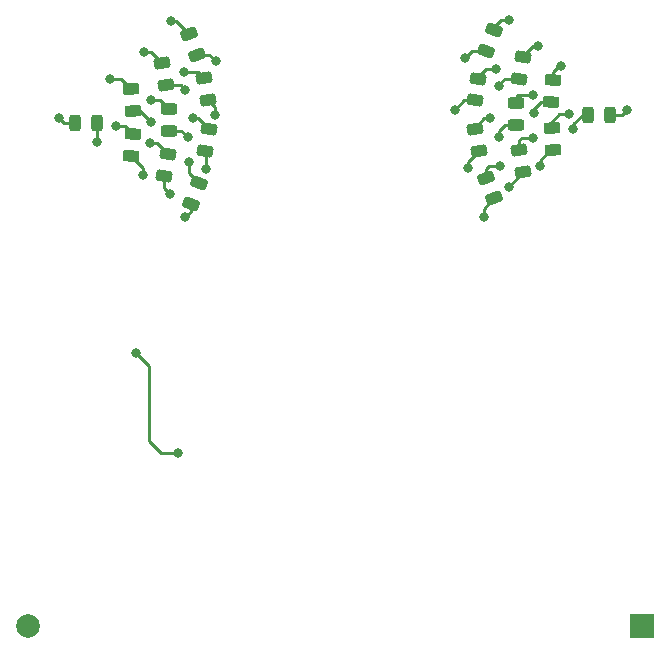
<source format=gtl>
%TF.GenerationSoftware,KiCad,Pcbnew,(6.0.0-0)*%
%TF.CreationDate,2022-07-31T01:07:44-04:00*%
%TF.ProjectId,sam-bday-21,73616d2d-6264-4617-992d-32312e6b6963,v1*%
%TF.SameCoordinates,Original*%
%TF.FileFunction,Copper,L1,Top*%
%TF.FilePolarity,Positive*%
%FSLAX46Y46*%
G04 Gerber Fmt 4.6, Leading zero omitted, Abs format (unit mm)*
G04 Created by KiCad (PCBNEW (6.0.0-0)) date 2022-07-31 01:07:44*
%MOMM*%
%LPD*%
G01*
G04 APERTURE LIST*
G04 Aperture macros list*
%AMRoundRect*
0 Rectangle with rounded corners*
0 $1 Rounding radius*
0 $2 $3 $4 $5 $6 $7 $8 $9 X,Y pos of 4 corners*
0 Add a 4 corners polygon primitive as box body*
4,1,4,$2,$3,$4,$5,$6,$7,$8,$9,$2,$3,0*
0 Add four circle primitives for the rounded corners*
1,1,$1+$1,$2,$3*
1,1,$1+$1,$4,$5*
1,1,$1+$1,$6,$7*
1,1,$1+$1,$8,$9*
0 Add four rect primitives between the rounded corners*
20,1,$1+$1,$2,$3,$4,$5,0*
20,1,$1+$1,$4,$5,$6,$7,0*
20,1,$1+$1,$6,$7,$8,$9,0*
20,1,$1+$1,$8,$9,$2,$3,0*%
G04 Aperture macros list end*
%TA.AperFunction,SMDPad,CuDef*%
%ADD10RoundRect,0.243750X0.491645X-0.160820X0.406992X0.319274X-0.491645X0.160820X-0.406992X-0.319274X0*%
%TD*%
%TA.AperFunction,SMDPad,CuDef*%
%ADD11RoundRect,0.243750X0.433270X-0.282587X0.475758X0.203058X-0.433270X0.282587X-0.475758X-0.203058X0*%
%TD*%
%TA.AperFunction,SMDPad,CuDef*%
%ADD12RoundRect,0.243750X0.456250X-0.243750X0.456250X0.243750X-0.456250X0.243750X-0.456250X-0.243750X0*%
%TD*%
%TA.AperFunction,SMDPad,CuDef*%
%ADD13RoundRect,0.243750X0.512102X-0.073003X0.345367X0.385097X-0.512102X0.073003X-0.345367X-0.385097X0*%
%TD*%
%TA.AperFunction,SMDPad,CuDef*%
%ADD14RoundRect,0.243750X0.406992X-0.319274X0.491645X0.160820X-0.406992X0.319274X-0.491645X-0.160820X0*%
%TD*%
%TA.AperFunction,SMDPad,CuDef*%
%ADD15RoundRect,0.243750X0.243750X0.456250X-0.243750X0.456250X-0.243750X-0.456250X0.243750X-0.456250X0*%
%TD*%
%TA.AperFunction,SMDPad,CuDef*%
%ADD16RoundRect,0.243750X0.345367X-0.385097X0.512102X0.073003X-0.345367X0.385097X-0.512102X-0.073003X0*%
%TD*%
%TA.AperFunction,SMDPad,CuDef*%
%ADD17RoundRect,0.243750X0.475758X-0.203058X0.433270X0.282587X-0.475758X0.203058X-0.433270X-0.282587X0*%
%TD*%
%TA.AperFunction,ComponentPad*%
%ADD18C,2.000000*%
%TD*%
%TA.AperFunction,ComponentPad*%
%ADD19R,2.000000X2.000000*%
%TD*%
%TA.AperFunction,SMDPad,CuDef*%
%ADD20RoundRect,0.243750X-0.243750X-0.456250X0.243750X-0.456250X0.243750X0.456250X-0.243750X0.456250X0*%
%TD*%
%TA.AperFunction,ViaPad*%
%ADD21C,0.800000*%
%TD*%
%TA.AperFunction,Conductor*%
%ADD22C,0.250000*%
%TD*%
G04 APERTURE END LIST*
D10*
%TO.P,D7,2,A*%
%TO.N,+5V*%
X122025710Y-64460186D03*
%TO.P,D7,1,K*%
%TO.N,Net-(D7-Pad1)*%
X122351300Y-66306700D03*
%TD*%
D11*
%TO.P,D6,2,A*%
%TO.N,+5V*%
X155125609Y-65893467D03*
%TO.P,D6,1,K*%
%TO.N,Net-(D6-Pad1)*%
X154962191Y-67761333D03*
%TD*%
D12*
%TO.P,D10,2,A*%
%TO.N,+5V*%
X151954656Y-67837662D03*
%TO.P,D10,1,K*%
%TO.N,Net-(D10-Pad1)*%
X151954656Y-69712662D03*
%TD*%
D10*
%TO.P,D12,1,K*%
%TO.N,Net-(D12-Pad1)*%
X152585046Y-73671976D03*
%TO.P,D12,2,A*%
%TO.N,+5V*%
X152259456Y-71825462D03*
%TD*%
D13*
%TO.P,D14,1,K*%
%TO.N,Net-(D14-Pad1)*%
X150106744Y-75896486D03*
%TO.P,D14,2,A*%
%TO.N,+5V*%
X149465456Y-74134562D03*
%TD*%
D14*
%TO.P,D18,1,K*%
%TO.N,Net-(D18-Pad1)*%
X148479466Y-67599076D03*
%TO.P,D18,2,A*%
%TO.N,+5V*%
X148805056Y-65752562D03*
%TD*%
%TO.P,D17,2,A*%
%TO.N,+5V*%
X125956295Y-70057043D03*
%TO.P,D17,1,K*%
%TO.N,Net-(D17-Pad1)*%
X125630705Y-71903557D03*
%TD*%
%TO.P,D8,2,A*%
%TO.N,+5V*%
X152534246Y-63908348D03*
%TO.P,D8,1,K*%
%TO.N,Net-(D8-Pad1)*%
X152208656Y-65754862D03*
%TD*%
D12*
%TO.P,D9,2,A*%
%TO.N,+5V*%
X122605300Y-68317900D03*
%TO.P,D9,1,K*%
%TO.N,Net-(D9-Pad1)*%
X122605300Y-70192900D03*
%TD*%
D13*
%TO.P,D13,2,A*%
%TO.N,+5V*%
X124329856Y-61971338D03*
%TO.P,D13,1,K*%
%TO.N,Net-(D13-Pad1)*%
X124971144Y-63733262D03*
%TD*%
D11*
%TO.P,D5,2,A*%
%TO.N,+5V*%
X119562809Y-70452767D03*
%TO.P,D5,1,K*%
%TO.N,Net-(D5-Pad1)*%
X119399391Y-72320633D03*
%TD*%
D15*
%TO.P,D1,2,A*%
%TO.N,+5V*%
X114622100Y-69494900D03*
%TO.P,D1,1,K*%
%TO.N,Net-(D1-Pad1)*%
X116497100Y-69494900D03*
%TD*%
D16*
%TO.P,D19,1,K*%
%TO.N,Net-(D19-Pad1)*%
X124478612Y-76382462D03*
%TO.P,D19,2,A*%
%TO.N,+5V*%
X125119900Y-74620538D03*
%TD*%
D10*
%TO.P,D15,2,A*%
%TO.N,+5V*%
X125605305Y-65713643D03*
%TO.P,D15,1,K*%
%TO.N,Net-(D15-Pad1)*%
X125930895Y-67560157D03*
%TD*%
D17*
%TO.P,D4,2,A*%
%TO.N,+5V*%
X154993100Y-69951600D03*
%TO.P,D4,1,K*%
%TO.N,Net-(D4-Pad1)*%
X155156518Y-71819466D03*
%TD*%
D18*
%TO.P,BT1,2,-*%
%TO.N,GND*%
X110646200Y-112064800D03*
D19*
%TO.P,BT1,1,+*%
%TO.N,Net-(BT1-Pad1)*%
X162636200Y-112064800D03*
%TD*%
D14*
%TO.P,D11,2,A*%
%TO.N,+5V*%
X122503700Y-72174100D03*
%TO.P,D11,1,K*%
%TO.N,Net-(D11-Pad1)*%
X122178110Y-74020614D03*
%TD*%
D17*
%TO.P,D3,2,A*%
%TO.N,+5V*%
X119399391Y-66589667D03*
%TO.P,D3,1,K*%
%TO.N,Net-(D3-Pad1)*%
X119562809Y-68457533D03*
%TD*%
D20*
%TO.P,D2,2,A*%
%TO.N,+5V*%
X159941500Y-68808600D03*
%TO.P,D2,1,K*%
%TO.N,Net-(D2-Pad1)*%
X158066500Y-68808600D03*
%TD*%
D10*
%TO.P,D16,2,A*%
%TO.N,+5V*%
X148500256Y-70019762D03*
%TO.P,D16,1,K*%
%TO.N,Net-(D16-Pad1)*%
X148825846Y-71866276D03*
%TD*%
D16*
%TO.P,D20,1,K*%
%TO.N,Net-(D20-Pad1)*%
X149440056Y-63415762D03*
%TO.P,D20,2,A*%
%TO.N,+5V*%
X150081344Y-61653838D03*
%TD*%
D21*
%TO.N,+5V*%
X123367800Y-97485200D03*
X119837200Y-89001600D03*
X161366200Y-68376800D03*
%TO.N,Net-(D2-Pad1)*%
X156819600Y-70002400D03*
%TO.N,Net-(D4-Pad1)*%
X153974800Y-73126600D03*
%TO.N,+5V*%
X156464000Y-68757800D03*
%TO.N,Net-(D6-Pad1)*%
X153492200Y-68681600D03*
%TO.N,+5V*%
X155752800Y-64693800D03*
X153873200Y-62966600D03*
%TO.N,Net-(D8-Pad1)*%
X150571200Y-66370200D03*
%TO.N,+5V*%
X153416000Y-67157600D03*
%TO.N,Net-(D10-Pad1)*%
X150571200Y-70688200D03*
%TO.N,+5V*%
X153441400Y-70789800D03*
%TO.N,Net-(D12-Pad1)*%
X151358600Y-74930000D03*
%TO.N,Net-(D14-Pad1)*%
X149250400Y-77444600D03*
%TO.N,+5V*%
X150622000Y-73177400D03*
%TO.N,Net-(D16-Pad1)*%
X147904200Y-73279000D03*
%TO.N,+5V*%
X149809200Y-69113400D03*
%TO.N,Net-(D18-Pad1)*%
X146812000Y-68376800D03*
%TO.N,+5V*%
X150266400Y-64922400D03*
%TO.N,Net-(D20-Pad1)*%
X147701000Y-64008000D03*
%TO.N,+5V*%
X151409400Y-60807600D03*
X120484900Y-63487300D03*
X124675900Y-69126100D03*
X124269500Y-72809100D03*
X123837700Y-65189100D03*
X118097300Y-69761100D03*
X122745500Y-60871100D03*
X120992900Y-71234300D03*
X121043700Y-67576700D03*
X117640100Y-65747900D03*
X113296700Y-69075300D03*
%TO.N,Net-(D1-Pad1)*%
X116510300Y-71145900D03*
%TO.N,Net-(D3-Pad1)*%
X121081300Y-69430900D03*
%TO.N,Net-(D5-Pad1)*%
X120383300Y-73952100D03*
%TO.N,Net-(D7-Pad1)*%
X123964700Y-66687700D03*
%TO.N,Net-(D9-Pad1)*%
X124193300Y-70726300D03*
%TO.N,Net-(D11-Pad1)*%
X122720100Y-75526900D03*
%TO.N,Net-(D13-Pad1)*%
X126555500Y-64300100D03*
%TO.N,Net-(D15-Pad1)*%
X126504700Y-68846700D03*
%TO.N,Net-(D17-Pad1)*%
X125717300Y-73393300D03*
%TO.N,Net-(D19-Pad1)*%
X123976900Y-77508100D03*
%TD*%
D22*
%TO.N,+5V*%
X119837200Y-89001600D02*
X120878600Y-90043000D01*
X120878600Y-90043000D02*
X120878600Y-96418400D01*
X120878600Y-96418400D02*
X121945400Y-97485200D01*
X121945400Y-97485200D02*
X123367800Y-97485200D01*
X151954656Y-67837662D02*
X151954656Y-67348944D01*
X155125609Y-65168591D02*
X155125609Y-65893467D01*
%TO.N,Net-(D10-Pad1)*%
X150571200Y-70205600D02*
X151064138Y-69712662D01*
X150571200Y-70688200D02*
X150571200Y-70205600D01*
X151064138Y-69712662D02*
X151954656Y-69712662D01*
%TO.N,+5V*%
X156464000Y-68757800D02*
X155651200Y-68757800D01*
X155651200Y-68757800D02*
X154993100Y-69415900D01*
X154993100Y-69415900D02*
X154993100Y-69951600D01*
X161366200Y-68427600D02*
X160985200Y-68808600D01*
X160985200Y-68808600D02*
X159941500Y-68808600D01*
%TO.N,Net-(D2-Pad1)*%
X156819600Y-70002400D02*
X156819600Y-69621400D01*
X157632400Y-68808600D02*
X158066500Y-68808600D01*
X156819600Y-69621400D02*
X157632400Y-68808600D01*
%TO.N,Net-(D4-Pad1)*%
X153974800Y-73126600D02*
X153974800Y-72720200D01*
X153974800Y-72720200D02*
X154875534Y-71819466D01*
%TO.N,Net-(D6-Pad1)*%
X153492200Y-68681600D02*
X153492200Y-68351400D01*
X153492200Y-68351400D02*
X154082267Y-67761333D01*
X154082267Y-67761333D02*
X154962191Y-67761333D01*
%TO.N,+5V*%
X155752800Y-64693800D02*
X155600400Y-64693800D01*
X155600400Y-64693800D02*
X155125609Y-65168591D01*
X153416000Y-62966600D02*
X152534246Y-63848354D01*
X153873200Y-62966600D02*
X153416000Y-62966600D01*
%TO.N,Net-(D8-Pad1)*%
X150571200Y-66243200D02*
X151059538Y-65754862D01*
X150571200Y-66370200D02*
X150571200Y-66243200D01*
X151059538Y-65754862D02*
X152208656Y-65754862D01*
%TO.N,Net-(D12-Pad1)*%
X151358600Y-74930000D02*
X151358600Y-74898422D01*
X151358600Y-74898422D02*
X152585046Y-73671976D01*
%TO.N,+5V*%
X153441400Y-70789800D02*
X152450800Y-70789800D01*
X152450800Y-70789800D02*
X152259456Y-70981144D01*
X152259456Y-70981144D02*
X152259456Y-71825462D01*
X150622000Y-73177400D02*
X149733000Y-73177400D01*
X149733000Y-73177400D02*
X149465456Y-73444944D01*
X149465456Y-73444944D02*
X149465456Y-74134562D01*
%TO.N,Net-(D14-Pad1)*%
X149250400Y-77444600D02*
X149250400Y-76752830D01*
X149250400Y-76752830D02*
X150106744Y-75896486D01*
%TO.N,Net-(D16-Pad1)*%
X147904200Y-73279000D02*
X147904200Y-72787922D01*
X147904200Y-72787922D02*
X148825846Y-71866276D01*
%TO.N,+5V*%
X149809200Y-69113400D02*
X149301200Y-69113400D01*
X149301200Y-69113400D02*
X148500256Y-69914344D01*
%TO.N,Net-(D18-Pad1)*%
X146812000Y-68376800D02*
X147589724Y-67599076D01*
X147589724Y-67599076D02*
X148479466Y-67599076D01*
%TO.N,+5V*%
X150266400Y-64922400D02*
X149479000Y-64922400D01*
X149479000Y-64922400D02*
X148805056Y-65596344D01*
%TO.N,Net-(D20-Pad1)*%
X147701000Y-64008000D02*
X148293238Y-63415762D01*
X148293238Y-63415762D02*
X149440056Y-63415762D01*
%TO.N,+5V*%
X151409400Y-60807600D02*
X150672800Y-60807600D01*
X150672800Y-60807600D02*
X150081344Y-61399056D01*
X152146000Y-67157600D02*
X153416000Y-67157600D01*
X151954656Y-67348944D02*
X152146000Y-67157600D01*
%TO.N,Net-(D13-Pad1)*%
X125988662Y-63733262D02*
X124971144Y-63733262D01*
%TO.N,+5V*%
X122745500Y-60871100D02*
X123229618Y-60871100D01*
%TO.N,Net-(D13-Pad1)*%
X126555500Y-64300100D02*
X125988662Y-63733262D01*
%TO.N,+5V*%
X123229618Y-60871100D02*
X124329856Y-61971338D01*
X123837700Y-65189100D02*
X125080762Y-65189100D01*
X125080762Y-65189100D02*
X125605305Y-65713643D01*
%TO.N,Net-(D15-Pad1)*%
X126504700Y-68846700D02*
X126504700Y-68133962D01*
X126504700Y-68133962D02*
X125930895Y-67560157D01*
%TO.N,Net-(D17-Pad1)*%
X125717300Y-73393300D02*
X125717300Y-71990152D01*
%TO.N,+5V*%
X124269500Y-72809100D02*
X124269500Y-73770138D01*
X124269500Y-73770138D02*
X125119900Y-74620538D01*
%TO.N,Net-(D19-Pad1)*%
X124478612Y-76382462D02*
X124478612Y-77006388D01*
X124478612Y-77006388D02*
X123976900Y-77508100D01*
%TO.N,+5V*%
X124675900Y-69126100D02*
X125025352Y-69126100D01*
X125025352Y-69126100D02*
X125956295Y-70057043D01*
X120484900Y-63487300D02*
X121052824Y-63487300D01*
X118557624Y-65747900D02*
X119399391Y-66589667D01*
X120992900Y-71234300D02*
X121563900Y-71234300D01*
X117640100Y-65747900D02*
X118557624Y-65747900D01*
X121563900Y-71234300D02*
X122503700Y-72174100D01*
X113296700Y-69075300D02*
X113716300Y-69494900D01*
X118097300Y-69761100D02*
X118871142Y-69761100D01*
X118871142Y-69761100D02*
X119562809Y-70452767D01*
X121043700Y-67576700D02*
X121864100Y-67576700D01*
X113716300Y-69494900D02*
X114622100Y-69494900D01*
X121864100Y-67576700D02*
X122605300Y-68317900D01*
X121052824Y-63487300D02*
X122025710Y-64460186D01*
%TO.N,Net-(D1-Pad1)*%
X116497100Y-71132700D02*
X116510300Y-71145900D01*
X116497100Y-69494900D02*
X116497100Y-71132700D01*
%TO.N,Net-(D3-Pad1)*%
X121081300Y-69430900D02*
X120107933Y-68457533D01*
%TO.N,Net-(D5-Pad1)*%
X120383300Y-73304542D02*
X119399391Y-72320633D01*
X120383300Y-73952100D02*
X120383300Y-73304542D01*
%TO.N,Net-(D7-Pad1)*%
X123964700Y-66687700D02*
X123583700Y-66306700D01*
X123583700Y-66306700D02*
X122351300Y-66306700D01*
%TO.N,Net-(D9-Pad1)*%
X124193300Y-70726300D02*
X123659900Y-70192900D01*
X123659900Y-70192900D02*
X122605300Y-70192900D01*
%TO.N,Net-(D11-Pad1)*%
X122720100Y-75526900D02*
X122178110Y-74984910D01*
X122178110Y-74984910D02*
X122178110Y-74020614D01*
%TD*%
M02*

</source>
